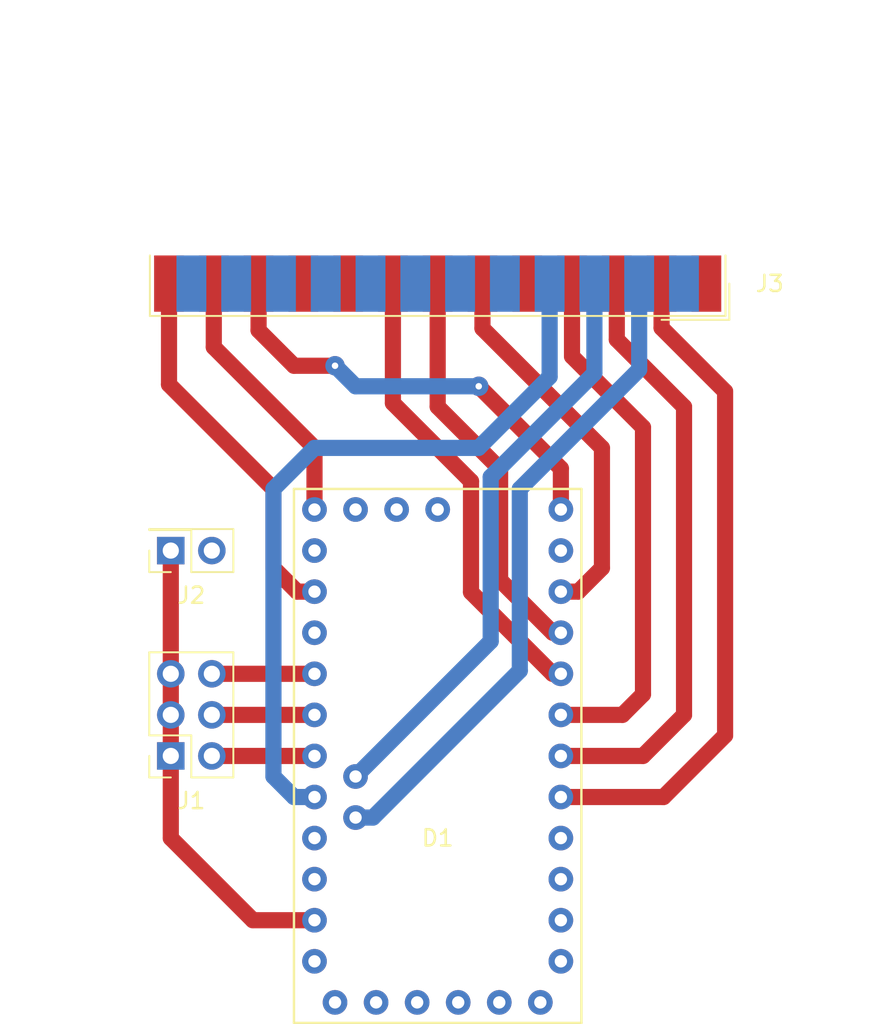
<source format=kicad_pcb>
(kicad_pcb (version 20171130) (host pcbnew 5.1.5+dfsg1-2build2)

  (general
    (thickness 1.6)
    (drawings 0)
    (tracks 72)
    (zones 0)
    (modules 4)
    (nets 24)
  )

  (page A4)
  (layers
    (0 F.Cu signal)
    (31 B.Cu signal)
    (32 B.Adhes user)
    (33 F.Adhes user)
    (34 B.Paste user)
    (35 F.Paste user)
    (36 B.SilkS user)
    (37 F.SilkS user)
    (38 B.Mask user)
    (39 F.Mask user)
    (40 Dwgs.User user)
    (41 Cmts.User user)
    (42 Eco1.User user)
    (43 Eco2.User user)
    (44 Edge.Cuts user)
    (45 Margin user)
    (46 B.CrtYd user)
    (47 F.CrtYd user)
    (48 B.Fab user)
    (49 F.Fab user)
  )

  (setup
    (last_trace_width 1)
    (trace_clearance 0.8)
    (zone_clearance 0.508)
    (zone_45_only no)
    (trace_min 0.2)
    (via_size 1.2)
    (via_drill 0.4)
    (via_min_size 0.4)
    (via_min_drill 0.3)
    (uvia_size 0.8)
    (uvia_drill 0.4)
    (uvias_allowed no)
    (uvia_min_size 0.2)
    (uvia_min_drill 0.1)
    (edge_width 0.05)
    (segment_width 0.2)
    (pcb_text_width 0.3)
    (pcb_text_size 1.5 1.5)
    (mod_edge_width 0.12)
    (mod_text_size 1 1)
    (mod_text_width 0.15)
    (pad_size 1.524 1.524)
    (pad_drill 0.762)
    (pad_to_mask_clearance 0.051)
    (solder_mask_min_width 0.25)
    (aux_axis_origin 0 0)
    (visible_elements FFFFFF7F)
    (pcbplotparams
      (layerselection 0x010fc_ffffffff)
      (usegerberextensions false)
      (usegerberattributes false)
      (usegerberadvancedattributes false)
      (creategerberjobfile false)
      (excludeedgelayer true)
      (linewidth 0.100000)
      (plotframeref false)
      (viasonmask false)
      (mode 1)
      (useauxorigin false)
      (hpglpennumber 1)
      (hpglpenspeed 20)
      (hpglpendiameter 15.000000)
      (psnegative false)
      (psa4output false)
      (plotreference true)
      (plotvalue true)
      (plotinvisibletext false)
      (padsonsilk false)
      (subtractmaskfromsilk false)
      (outputformat 1)
      (mirror false)
      (drillshape 1)
      (scaleselection 1)
      (outputdirectory ""))
  )

  (net 0 "")
  (net 1 IN5PROBE)
  (net 2 GND)
  (net 3 "Net-(D1-PadR)")
  (net 4 "Net-(D1-PadRX)")
  (net 5 "Net-(D1-PadTX)")
  (net 6 STEP1X)
  (net 7 IN2X)
  (net 8 IN3Y)
  (net 9 PWM)
  (net 10 IN4Z)
  (net 11 STOP)
  (net 12 HOLD)
  (net 13 START)
  (net 14 RELAY1FLOOD)
  (net 15 "Net-(D1-PadV)")
  (net 16 RELAY2MIST)
  (net 17 DIR3Z)
  (net 18 ENABLE)
  (net 19 STEP2Y)
  (net 20 STEP3Z)
  (net 21 DIR1X)
  (net 22 DIR2Y)
  (net 23 IN1-ESTOP)

  (net_class Default "This is the default net class."
    (clearance 0.8)
    (trace_width 1)
    (via_dia 1.2)
    (via_drill 0.4)
    (uvia_dia 0.8)
    (uvia_drill 0.4)
    (add_net DIR1X)
    (add_net DIR2Y)
    (add_net DIR3Z)
    (add_net ENABLE)
    (add_net GND)
    (add_net HOLD)
    (add_net IN1-ESTOP)
    (add_net IN2X)
    (add_net IN3Y)
    (add_net IN4Z)
    (add_net IN5PROBE)
    (add_net "Net-(D1-PadR)")
    (add_net "Net-(D1-PadRX)")
    (add_net "Net-(D1-PadTX)")
    (add_net "Net-(D1-PadV)")
    (add_net PWM)
    (add_net RELAY1FLOOD)
    (add_net RELAY2MIST)
    (add_net START)
    (add_net STEP1X)
    (add_net STEP2Y)
    (add_net STEP3Z)
    (add_net STOP)
  )

  (module gr8:ProMini (layer F.Cu) (tedit 604BFE9C) (tstamp 604C65D1)
    (at 127 130.81 180)
    (path /604C6CD3)
    (fp_text reference D1 (at 0 -5.08) (layer F.SilkS)
      (effects (font (size 1 1) (thickness 0.15)))
    )
    (fp_text value ProMini (at 0 6.35) (layer F.Fab)
      (effects (font (size 1 1) (thickness 0.15)))
    )
    (fp_line (start -8.89 -16.51) (end -8.89 16.51) (layer F.SilkS) (width 0.15))
    (fp_line (start 8.89 16.51) (end 8.89 -16.51) (layer F.SilkS) (width 0.15))
    (fp_line (start -8.89 16.51) (end 8.89 16.51) (layer F.SilkS) (width 0.15))
    (fp_line (start 8.89 -16.51) (end -8.89 -16.51) (layer F.SilkS) (width 0.15))
    (pad A5 thru_hole circle (at 5.08 -3.81 180) (size 1.524 1.524) (drill 0.762) (layers *.Cu *.Mask)
      (net 1 IN5PROBE))
    (pad G thru_hole circle (at -7.62 -5.08 180) (size 1.524 1.524) (drill 0.762) (layers *.Cu *.Mask)
      (net 2 GND))
    (pad R thru_hole circle (at -7.62 -7.62 180) (size 1.524 1.524) (drill 0.762) (layers *.Cu *.Mask)
      (net 3 "Net-(D1-PadR)"))
    (pad RX thru_hole circle (at -7.62 -10.16 180) (size 1.524 1.524) (drill 0.762) (layers *.Cu *.Mask)
      (net 4 "Net-(D1-PadRX)"))
    (pad TX thru_hole circle (at -7.62 -12.7 180) (size 1.524 1.524) (drill 0.762) (layers *.Cu *.Mask)
      (net 5 "Net-(D1-PadTX)"))
    (pad 2 thru_hole circle (at -7.62 -2.54 180) (size 1.524 1.524) (drill 0.762) (layers *.Cu *.Mask)
      (net 6 STEP1X))
    (pad 9 thru_hole circle (at -7.62 15.24 180) (size 1.524 1.524) (drill 0.762) (layers *.Cu *.Mask)
      (net 7 IN2X))
    (pad 10 thru_hole circle (at 7.62 15.24 180) (size 1.524 1.524) (drill 0.762) (layers *.Cu *.Mask)
      (net 8 IN3Y))
    (pad 11 thru_hole circle (at 7.62 12.7 180) (size 1.524 1.524) (drill 0.762) (layers *.Cu *.Mask)
      (net 9 PWM))
    (pad 12 thru_hole circle (at 7.62 10.16 180) (size 1.524 1.524) (drill 0.762) (layers *.Cu *.Mask)
      (net 10 IN4Z))
    (pad 13 thru_hole circle (at 7.62 7.62 180) (size 1.524 1.524) (drill 0.762) (layers *.Cu *.Mask))
    (pad A0 thru_hole circle (at 7.62 5.08 180) (size 1.524 1.524) (drill 0.762) (layers *.Cu *.Mask)
      (net 11 STOP))
    (pad A1 thru_hole circle (at 7.62 2.54 180) (size 1.524 1.524) (drill 0.762) (layers *.Cu *.Mask)
      (net 12 HOLD))
    (pad A2 thru_hole circle (at 7.62 0 180) (size 1.524 1.524) (drill 0.762) (layers *.Cu *.Mask)
      (net 13 START))
    (pad A3 thru_hole circle (at 7.62 -2.54 180) (size 1.524 1.524) (drill 0.762) (layers *.Cu *.Mask)
      (net 16 RELAY2MIST))
    (pad V thru_hole circle (at 7.62 -5.08 180) (size 1.524 1.524) (drill 0.762) (layers *.Cu *.Mask)
      (net 15 "Net-(D1-PadV)"))
    (pad G thru_hole circle (at 7.62 -10.16 180) (size 1.524 1.524) (drill 0.762) (layers *.Cu *.Mask)
      (net 2 GND))
    (pad A6 thru_hole circle (at 2.54 15.24 180) (size 1.524 1.524) (drill 0.762) (layers *.Cu *.Mask))
    (pad A7 thru_hole circle (at 5.08 15.24 180) (size 1.524 1.524) (drill 0.762) (layers *.Cu *.Mask))
    (pad A4 thru_hole circle (at 5.08 -1.27 180) (size 1.524 1.524) (drill 0.762) (layers *.Cu *.Mask)
      (net 14 RELAY1FLOOD))
    (pad 7 thru_hole circle (at -7.62 10.16 180) (size 1.524 1.524) (drill 0.762) (layers *.Cu *.Mask)
      (net 21 DIR1X))
    (pad R thru_hole circle (at 7.62 -7.62 180) (size 1.524 1.524) (drill 0.762) (layers *.Cu *.Mask)
      (net 3 "Net-(D1-PadR)"))
    (pad 8 thru_hole circle (at -7.62 12.7 180) (size 1.524 1.524) (drill 0.762) (layers *.Cu *.Mask)
      (net 18 ENABLE))
    (pad RAW thru_hole circle (at 7.62 -12.7 180) (size 1.524 1.524) (drill 0.762) (layers *.Cu *.Mask))
    (pad RX thru_hole circle (at -1.27 -15.24 180) (size 1.524 1.524) (drill 0.762) (layers *.Cu *.Mask)
      (net 4 "Net-(D1-PadRX)"))
    (pad TX thru_hole circle (at -3.81 -15.24 180) (size 1.524 1.524) (drill 0.762) (layers *.Cu *.Mask)
      (net 5 "Net-(D1-PadTX)"))
    (pad DTR thru_hole circle (at -6.35 -15.24 180) (size 1.524 1.524) (drill 0.762) (layers *.Cu *.Mask))
    (pad V thru_hole circle (at 1.27 -15.24 180) (size 1.524 1.524) (drill 0.762) (layers *.Cu *.Mask)
      (net 15 "Net-(D1-PadV)"))
    (pad G thru_hole circle (at 3.81 -15.24 180) (size 1.524 1.524) (drill 0.762) (layers *.Cu *.Mask)
      (net 2 GND))
    (pad G thru_hole circle (at 6.35 -15.24 180) (size 1.524 1.524) (drill 0.762) (layers *.Cu *.Mask)
      (net 2 GND))
    (pad G thru_hole circle (at 0 15.24 180) (size 1.524 1.524) (drill 0.762) (layers *.Cu *.Mask)
      (net 2 GND))
    (pad 3 thru_hole circle (at -7.62 0 180) (size 1.524 1.524) (drill 0.762) (layers *.Cu *.Mask)
      (net 19 STEP2Y))
    (pad 4 thru_hole circle (at -7.62 2.54 180) (size 1.524 1.524) (drill 0.762) (layers *.Cu *.Mask)
      (net 20 STEP3Z))
    (pad 5 thru_hole circle (at -7.62 5.08 180) (size 1.524 1.524) (drill 0.762) (layers *.Cu *.Mask)
      (net 17 DIR3Z))
    (pad 6 thru_hole circle (at -7.62 7.62 180) (size 1.524 1.524) (drill 0.762) (layers *.Cu *.Mask)
      (net 22 DIR2Y))
  )

  (module Connector_PinSocket_2.54mm:PinSocket_2x03_P2.54mm_Vertical (layer F.Cu) (tedit 5A19A425) (tstamp 604C73D2)
    (at 110.49 130.81 180)
    (descr "Through hole straight socket strip, 2x03, 2.54mm pitch, double cols (from Kicad 4.0.7), script generated")
    (tags "Through hole socket strip THT 2x03 2.54mm double row")
    (path /604CB33F)
    (fp_text reference J1 (at -1.27 -2.77) (layer F.SilkS)
      (effects (font (size 1 1) (thickness 0.15)))
    )
    (fp_text value Conn_02x03_Odd_Even (at -1.27 7.85) (layer F.Fab)
      (effects (font (size 1 1) (thickness 0.15)))
    )
    (fp_line (start -3.81 -1.27) (end 0.27 -1.27) (layer F.Fab) (width 0.1))
    (fp_line (start 0.27 -1.27) (end 1.27 -0.27) (layer F.Fab) (width 0.1))
    (fp_line (start 1.27 -0.27) (end 1.27 6.35) (layer F.Fab) (width 0.1))
    (fp_line (start 1.27 6.35) (end -3.81 6.35) (layer F.Fab) (width 0.1))
    (fp_line (start -3.81 6.35) (end -3.81 -1.27) (layer F.Fab) (width 0.1))
    (fp_line (start -3.87 -1.33) (end -1.27 -1.33) (layer F.SilkS) (width 0.12))
    (fp_line (start -3.87 -1.33) (end -3.87 6.41) (layer F.SilkS) (width 0.12))
    (fp_line (start -3.87 6.41) (end 1.33 6.41) (layer F.SilkS) (width 0.12))
    (fp_line (start 1.33 1.27) (end 1.33 6.41) (layer F.SilkS) (width 0.12))
    (fp_line (start -1.27 1.27) (end 1.33 1.27) (layer F.SilkS) (width 0.12))
    (fp_line (start -1.27 -1.33) (end -1.27 1.27) (layer F.SilkS) (width 0.12))
    (fp_line (start 1.33 -1.33) (end 1.33 0) (layer F.SilkS) (width 0.12))
    (fp_line (start 0 -1.33) (end 1.33 -1.33) (layer F.SilkS) (width 0.12))
    (fp_line (start -4.34 -1.8) (end 1.76 -1.8) (layer F.CrtYd) (width 0.05))
    (fp_line (start 1.76 -1.8) (end 1.76 6.85) (layer F.CrtYd) (width 0.05))
    (fp_line (start 1.76 6.85) (end -4.34 6.85) (layer F.CrtYd) (width 0.05))
    (fp_line (start -4.34 6.85) (end -4.34 -1.8) (layer F.CrtYd) (width 0.05))
    (fp_text user %R (at -1.27 2.54 90) (layer F.Fab)
      (effects (font (size 1 1) (thickness 0.15)))
    )
    (pad 1 thru_hole rect (at 0 0 180) (size 1.7 1.7) (drill 1) (layers *.Cu *.Mask)
      (net 2 GND))
    (pad 2 thru_hole oval (at -2.54 0 180) (size 1.7 1.7) (drill 1) (layers *.Cu *.Mask)
      (net 13 START))
    (pad 3 thru_hole oval (at 0 2.54 180) (size 1.7 1.7) (drill 1) (layers *.Cu *.Mask)
      (net 2 GND))
    (pad 4 thru_hole oval (at -2.54 2.54 180) (size 1.7 1.7) (drill 1) (layers *.Cu *.Mask)
      (net 12 HOLD))
    (pad 5 thru_hole oval (at 0 5.08 180) (size 1.7 1.7) (drill 1) (layers *.Cu *.Mask)
      (net 2 GND))
    (pad 6 thru_hole oval (at -2.54 5.08 180) (size 1.7 1.7) (drill 1) (layers *.Cu *.Mask)
      (net 11 STOP))
    (model ${KISYS3DMOD}/Connector_PinSocket_2.54mm.3dshapes/PinSocket_2x03_P2.54mm_Vertical.wrl
      (at (xyz 0 0 0))
      (scale (xyz 1 1 1))
      (rotate (xyz 0 0 0))
    )
  )

  (module Connector_PinSocket_2.54mm:PinSocket_2x01_P2.54mm_Vertical (layer F.Cu) (tedit 5A19A420) (tstamp 604C7BFB)
    (at 110.49 118.11 180)
    (descr "Through hole straight socket strip, 2x01, 2.54mm pitch, double cols (from Kicad 4.0.7), script generated")
    (tags "Through hole socket strip THT 2x01 2.54mm double row")
    (path /604E56B4)
    (fp_text reference J2 (at -1.27 -2.77) (layer F.SilkS)
      (effects (font (size 1 1) (thickness 0.15)))
    )
    (fp_text value Conn_02x01 (at -1.27 2.77) (layer F.Fab)
      (effects (font (size 1 1) (thickness 0.15)))
    )
    (fp_text user %R (at -1.27 0 90) (layer F.Fab)
      (effects (font (size 1 1) (thickness 0.15)))
    )
    (fp_line (start -4.34 1.75) (end -4.34 -1.8) (layer F.CrtYd) (width 0.05))
    (fp_line (start 1.76 1.75) (end -4.34 1.75) (layer F.CrtYd) (width 0.05))
    (fp_line (start 1.76 -1.8) (end 1.76 1.75) (layer F.CrtYd) (width 0.05))
    (fp_line (start -4.34 -1.8) (end 1.76 -1.8) (layer F.CrtYd) (width 0.05))
    (fp_line (start 0 -1.33) (end 1.33 -1.33) (layer F.SilkS) (width 0.12))
    (fp_line (start 1.33 -1.33) (end 1.33 0) (layer F.SilkS) (width 0.12))
    (fp_line (start -1.27 -1.33) (end -1.27 1.27) (layer F.SilkS) (width 0.12))
    (fp_line (start -1.27 1.27) (end 1.33 1.27) (layer F.SilkS) (width 0.12))
    (fp_line (start 1.33 1.27) (end 1.33 1.33) (layer F.SilkS) (width 0.12))
    (fp_line (start -3.87 1.33) (end 1.33 1.33) (layer F.SilkS) (width 0.12))
    (fp_line (start -3.87 -1.33) (end -3.87 1.33) (layer F.SilkS) (width 0.12))
    (fp_line (start -3.87 -1.33) (end -1.27 -1.33) (layer F.SilkS) (width 0.12))
    (fp_line (start -3.81 1.27) (end -3.81 -1.27) (layer F.Fab) (width 0.1))
    (fp_line (start 1.27 1.27) (end -3.81 1.27) (layer F.Fab) (width 0.1))
    (fp_line (start 1.27 -0.635) (end 1.27 1.27) (layer F.Fab) (width 0.1))
    (fp_line (start 0.635 -1.27) (end 1.27 -0.635) (layer F.Fab) (width 0.1))
    (fp_line (start -3.81 -1.27) (end 0.635 -1.27) (layer F.Fab) (width 0.1))
    (pad 2 thru_hole oval (at -2.54 0 180) (size 1.7 1.7) (drill 1) (layers *.Cu *.Mask)
      (net 23 IN1-ESTOP))
    (pad 1 thru_hole rect (at 0 0 180) (size 1.7 1.7) (drill 1) (layers *.Cu *.Mask)
      (net 2 GND))
    (model ${KISYS3DMOD}/Connector_PinSocket_2.54mm.3dshapes/PinSocket_2x01_P2.54mm_Vertical.wrl
      (at (xyz 0 0 0))
      (scale (xyz 1 1 1))
      (rotate (xyz 0 0 0))
    )
  )

  (module Connector_Dsub:DSUB-25_Male_EdgeMount_P2.77mm (layer F.Cu) (tedit 59FEDEE2) (tstamp 604C66B2)
    (at 127 101.6 180)
    (descr "25-pin D-Sub connector, solder-cups edge-mounted, male, x-pin-pitch 2.77mm, distance of mounting holes 47.1mm, see https://disti-assets.s3.amazonaws.com/tonar/files/datasheets/16730.pdf")
    (tags "25-pin D-Sub connector edge mount solder cup male x-pin-pitch 2.77mm mounting holes distance 47.1mm")
    (path /604BF83C)
    (attr smd)
    (fp_text reference J3 (at -20.543333 0) (layer F.SilkS)
      (effects (font (size 1 1) (thickness 0.15)))
    )
    (fp_text value DB25_Male (at 0 16.69) (layer F.Fab)
      (effects (font (size 1 1) (thickness 0.15)))
    )
    (fp_line (start -17.22 -0.91) (end -17.22 1.99) (layer F.Fab) (width 0.1))
    (fp_line (start -17.22 1.99) (end -16.02 1.99) (layer F.Fab) (width 0.1))
    (fp_line (start -16.02 1.99) (end -16.02 -0.91) (layer F.Fab) (width 0.1))
    (fp_line (start -16.02 -0.91) (end -17.22 -0.91) (layer F.Fab) (width 0.1))
    (fp_line (start -14.45 -0.91) (end -14.45 1.99) (layer F.Fab) (width 0.1))
    (fp_line (start -14.45 1.99) (end -13.25 1.99) (layer F.Fab) (width 0.1))
    (fp_line (start -13.25 1.99) (end -13.25 -0.91) (layer F.Fab) (width 0.1))
    (fp_line (start -13.25 -0.91) (end -14.45 -0.91) (layer F.Fab) (width 0.1))
    (fp_line (start -11.68 -0.91) (end -11.68 1.99) (layer F.Fab) (width 0.1))
    (fp_line (start -11.68 1.99) (end -10.48 1.99) (layer F.Fab) (width 0.1))
    (fp_line (start -10.48 1.99) (end -10.48 -0.91) (layer F.Fab) (width 0.1))
    (fp_line (start -10.48 -0.91) (end -11.68 -0.91) (layer F.Fab) (width 0.1))
    (fp_line (start -8.91 -0.91) (end -8.91 1.99) (layer F.Fab) (width 0.1))
    (fp_line (start -8.91 1.99) (end -7.71 1.99) (layer F.Fab) (width 0.1))
    (fp_line (start -7.71 1.99) (end -7.71 -0.91) (layer F.Fab) (width 0.1))
    (fp_line (start -7.71 -0.91) (end -8.91 -0.91) (layer F.Fab) (width 0.1))
    (fp_line (start -6.14 -0.91) (end -6.14 1.99) (layer F.Fab) (width 0.1))
    (fp_line (start -6.14 1.99) (end -4.94 1.99) (layer F.Fab) (width 0.1))
    (fp_line (start -4.94 1.99) (end -4.94 -0.91) (layer F.Fab) (width 0.1))
    (fp_line (start -4.94 -0.91) (end -6.14 -0.91) (layer F.Fab) (width 0.1))
    (fp_line (start -3.37 -0.91) (end -3.37 1.99) (layer F.Fab) (width 0.1))
    (fp_line (start -3.37 1.99) (end -2.17 1.99) (layer F.Fab) (width 0.1))
    (fp_line (start -2.17 1.99) (end -2.17 -0.91) (layer F.Fab) (width 0.1))
    (fp_line (start -2.17 -0.91) (end -3.37 -0.91) (layer F.Fab) (width 0.1))
    (fp_line (start -0.6 -0.91) (end -0.6 1.99) (layer F.Fab) (width 0.1))
    (fp_line (start -0.6 1.99) (end 0.6 1.99) (layer F.Fab) (width 0.1))
    (fp_line (start 0.6 1.99) (end 0.6 -0.91) (layer F.Fab) (width 0.1))
    (fp_line (start 0.6 -0.91) (end -0.6 -0.91) (layer F.Fab) (width 0.1))
    (fp_line (start 2.17 -0.91) (end 2.17 1.99) (layer F.Fab) (width 0.1))
    (fp_line (start 2.17 1.99) (end 3.37 1.99) (layer F.Fab) (width 0.1))
    (fp_line (start 3.37 1.99) (end 3.37 -0.91) (layer F.Fab) (width 0.1))
    (fp_line (start 3.37 -0.91) (end 2.17 -0.91) (layer F.Fab) (width 0.1))
    (fp_line (start 4.94 -0.91) (end 4.94 1.99) (layer F.Fab) (width 0.1))
    (fp_line (start 4.94 1.99) (end 6.14 1.99) (layer F.Fab) (width 0.1))
    (fp_line (start 6.14 1.99) (end 6.14 -0.91) (layer F.Fab) (width 0.1))
    (fp_line (start 6.14 -0.91) (end 4.94 -0.91) (layer F.Fab) (width 0.1))
    (fp_line (start 7.71 -0.91) (end 7.71 1.99) (layer F.Fab) (width 0.1))
    (fp_line (start 7.71 1.99) (end 8.91 1.99) (layer F.Fab) (width 0.1))
    (fp_line (start 8.91 1.99) (end 8.91 -0.91) (layer F.Fab) (width 0.1))
    (fp_line (start 8.91 -0.91) (end 7.71 -0.91) (layer F.Fab) (width 0.1))
    (fp_line (start 10.48 -0.91) (end 10.48 1.99) (layer F.Fab) (width 0.1))
    (fp_line (start 10.48 1.99) (end 11.68 1.99) (layer F.Fab) (width 0.1))
    (fp_line (start 11.68 1.99) (end 11.68 -0.91) (layer F.Fab) (width 0.1))
    (fp_line (start 11.68 -0.91) (end 10.48 -0.91) (layer F.Fab) (width 0.1))
    (fp_line (start 13.25 -0.91) (end 13.25 1.99) (layer F.Fab) (width 0.1))
    (fp_line (start 13.25 1.99) (end 14.45 1.99) (layer F.Fab) (width 0.1))
    (fp_line (start 14.45 1.99) (end 14.45 -0.91) (layer F.Fab) (width 0.1))
    (fp_line (start 14.45 -0.91) (end 13.25 -0.91) (layer F.Fab) (width 0.1))
    (fp_line (start 16.02 -0.91) (end 16.02 1.99) (layer F.Fab) (width 0.1))
    (fp_line (start 16.02 1.99) (end 17.22 1.99) (layer F.Fab) (width 0.1))
    (fp_line (start 17.22 1.99) (end 17.22 -0.91) (layer F.Fab) (width 0.1))
    (fp_line (start 17.22 -0.91) (end 16.02 -0.91) (layer F.Fab) (width 0.1))
    (fp_line (start -15.835 -0.91) (end -15.835 1.99) (layer B.Fab) (width 0.1))
    (fp_line (start -15.835 1.99) (end -14.635 1.99) (layer B.Fab) (width 0.1))
    (fp_line (start -14.635 1.99) (end -14.635 -0.91) (layer B.Fab) (width 0.1))
    (fp_line (start -14.635 -0.91) (end -15.835 -0.91) (layer B.Fab) (width 0.1))
    (fp_line (start -13.065 -0.91) (end -13.065 1.99) (layer B.Fab) (width 0.1))
    (fp_line (start -13.065 1.99) (end -11.865 1.99) (layer B.Fab) (width 0.1))
    (fp_line (start -11.865 1.99) (end -11.865 -0.91) (layer B.Fab) (width 0.1))
    (fp_line (start -11.865 -0.91) (end -13.065 -0.91) (layer B.Fab) (width 0.1))
    (fp_line (start -10.295 -0.91) (end -10.295 1.99) (layer B.Fab) (width 0.1))
    (fp_line (start -10.295 1.99) (end -9.095 1.99) (layer B.Fab) (width 0.1))
    (fp_line (start -9.095 1.99) (end -9.095 -0.91) (layer B.Fab) (width 0.1))
    (fp_line (start -9.095 -0.91) (end -10.295 -0.91) (layer B.Fab) (width 0.1))
    (fp_line (start -7.525 -0.91) (end -7.525 1.99) (layer B.Fab) (width 0.1))
    (fp_line (start -7.525 1.99) (end -6.325 1.99) (layer B.Fab) (width 0.1))
    (fp_line (start -6.325 1.99) (end -6.325 -0.91) (layer B.Fab) (width 0.1))
    (fp_line (start -6.325 -0.91) (end -7.525 -0.91) (layer B.Fab) (width 0.1))
    (fp_line (start -4.755 -0.91) (end -4.755 1.99) (layer B.Fab) (width 0.1))
    (fp_line (start -4.755 1.99) (end -3.555 1.99) (layer B.Fab) (width 0.1))
    (fp_line (start -3.555 1.99) (end -3.555 -0.91) (layer B.Fab) (width 0.1))
    (fp_line (start -3.555 -0.91) (end -4.755 -0.91) (layer B.Fab) (width 0.1))
    (fp_line (start -1.985 -0.91) (end -1.985 1.99) (layer B.Fab) (width 0.1))
    (fp_line (start -1.985 1.99) (end -0.785 1.99) (layer B.Fab) (width 0.1))
    (fp_line (start -0.785 1.99) (end -0.785 -0.91) (layer B.Fab) (width 0.1))
    (fp_line (start -0.785 -0.91) (end -1.985 -0.91) (layer B.Fab) (width 0.1))
    (fp_line (start 0.785 -0.91) (end 0.785 1.99) (layer B.Fab) (width 0.1))
    (fp_line (start 0.785 1.99) (end 1.985 1.99) (layer B.Fab) (width 0.1))
    (fp_line (start 1.985 1.99) (end 1.985 -0.91) (layer B.Fab) (width 0.1))
    (fp_line (start 1.985 -0.91) (end 0.785 -0.91) (layer B.Fab) (width 0.1))
    (fp_line (start 3.555 -0.91) (end 3.555 1.99) (layer B.Fab) (width 0.1))
    (fp_line (start 3.555 1.99) (end 4.755 1.99) (layer B.Fab) (width 0.1))
    (fp_line (start 4.755 1.99) (end 4.755 -0.91) (layer B.Fab) (width 0.1))
    (fp_line (start 4.755 -0.91) (end 3.555 -0.91) (layer B.Fab) (width 0.1))
    (fp_line (start 6.325 -0.91) (end 6.325 1.99) (layer B.Fab) (width 0.1))
    (fp_line (start 6.325 1.99) (end 7.525 1.99) (layer B.Fab) (width 0.1))
    (fp_line (start 7.525 1.99) (end 7.525 -0.91) (layer B.Fab) (width 0.1))
    (fp_line (start 7.525 -0.91) (end 6.325 -0.91) (layer B.Fab) (width 0.1))
    (fp_line (start 9.095 -0.91) (end 9.095 1.99) (layer B.Fab) (width 0.1))
    (fp_line (start 9.095 1.99) (end 10.295 1.99) (layer B.Fab) (width 0.1))
    (fp_line (start 10.295 1.99) (end 10.295 -0.91) (layer B.Fab) (width 0.1))
    (fp_line (start 10.295 -0.91) (end 9.095 -0.91) (layer B.Fab) (width 0.1))
    (fp_line (start 11.865 -0.91) (end 11.865 1.99) (layer B.Fab) (width 0.1))
    (fp_line (start 11.865 1.99) (end 13.065 1.99) (layer B.Fab) (width 0.1))
    (fp_line (start 13.065 1.99) (end 13.065 -0.91) (layer B.Fab) (width 0.1))
    (fp_line (start 13.065 -0.91) (end 11.865 -0.91) (layer B.Fab) (width 0.1))
    (fp_line (start 14.635 -0.91) (end 14.635 1.99) (layer B.Fab) (width 0.1))
    (fp_line (start 14.635 1.99) (end 15.835 1.99) (layer B.Fab) (width 0.1))
    (fp_line (start 15.835 1.99) (end 15.835 -0.91) (layer B.Fab) (width 0.1))
    (fp_line (start 15.835 -0.91) (end 14.635 -0.91) (layer B.Fab) (width 0.1))
    (fp_line (start -18.55 1.99) (end -18.55 4.79) (layer F.Fab) (width 0.1))
    (fp_line (start -18.55 4.79) (end 18.55 4.79) (layer F.Fab) (width 0.1))
    (fp_line (start 18.55 4.79) (end 18.55 1.99) (layer F.Fab) (width 0.1))
    (fp_line (start 18.55 1.99) (end -18.55 1.99) (layer F.Fab) (width 0.1))
    (fp_line (start -19.55 4.79) (end -19.55 9.29) (layer F.Fab) (width 0.1))
    (fp_line (start -19.55 9.29) (end 19.55 9.29) (layer F.Fab) (width 0.1))
    (fp_line (start 19.55 9.29) (end 19.55 4.79) (layer F.Fab) (width 0.1))
    (fp_line (start 19.55 4.79) (end -19.55 4.79) (layer F.Fab) (width 0.1))
    (fp_line (start -26.55 9.29) (end -26.55 9.69) (layer F.Fab) (width 0.1))
    (fp_line (start -26.55 9.69) (end 26.55 9.69) (layer F.Fab) (width 0.1))
    (fp_line (start 26.55 9.69) (end 26.55 9.29) (layer F.Fab) (width 0.1))
    (fp_line (start 26.55 9.29) (end -26.55 9.29) (layer F.Fab) (width 0.1))
    (fp_line (start -19.15 9.69) (end -19.15 15.69) (layer F.Fab) (width 0.1))
    (fp_line (start -19.15 15.69) (end 19.15 15.69) (layer F.Fab) (width 0.1))
    (fp_line (start 19.15 15.69) (end 19.15 9.69) (layer F.Fab) (width 0.1))
    (fp_line (start 19.15 9.69) (end -19.15 9.69) (layer F.Fab) (width 0.1))
    (fp_line (start -18.05 -2.25) (end 18.05 -2.25) (layer F.CrtYd) (width 0.05))
    (fp_line (start 18.05 -2.25) (end 18.05 1.5) (layer F.CrtYd) (width 0.05))
    (fp_line (start 18.05 1.5) (end 19.05 1.5) (layer F.CrtYd) (width 0.05))
    (fp_line (start 19.05 1.5) (end 19.05 4.3) (layer F.CrtYd) (width 0.05))
    (fp_line (start 19.05 4.3) (end 20.05 4.3) (layer F.CrtYd) (width 0.05))
    (fp_line (start 20.05 4.3) (end 20.05 8.8) (layer F.CrtYd) (width 0.05))
    (fp_line (start 20.05 8.8) (end 27.05 8.8) (layer F.CrtYd) (width 0.05))
    (fp_line (start 27.05 8.8) (end 27.05 10.2) (layer F.CrtYd) (width 0.05))
    (fp_line (start 27.05 10.2) (end 19.65 10.2) (layer F.CrtYd) (width 0.05))
    (fp_line (start 19.65 10.2) (end 19.65 16.2) (layer F.CrtYd) (width 0.05))
    (fp_line (start 19.65 16.2) (end -19.65 16.2) (layer F.CrtYd) (width 0.05))
    (fp_line (start -19.65 16.2) (end -19.65 10.2) (layer F.CrtYd) (width 0.05))
    (fp_line (start -19.65 10.2) (end -27.05 10.2) (layer F.CrtYd) (width 0.05))
    (fp_line (start -27.05 10.2) (end -27.05 8.8) (layer F.CrtYd) (width 0.05))
    (fp_line (start -27.05 8.8) (end -20.05 8.8) (layer F.CrtYd) (width 0.05))
    (fp_line (start -20.05 8.8) (end -20.05 4.3) (layer F.CrtYd) (width 0.05))
    (fp_line (start -20.05 4.3) (end -19.05 4.3) (layer F.CrtYd) (width 0.05))
    (fp_line (start -19.05 4.3) (end -19.05 1.5) (layer F.CrtYd) (width 0.05))
    (fp_line (start -19.05 1.5) (end -18.05 1.5) (layer F.CrtYd) (width 0.05))
    (fp_line (start -18.05 1.5) (end -18.05 -2.25) (layer F.CrtYd) (width 0.05))
    (fp_line (start 17.803333 1.74) (end 17.803333 -2) (layer F.SilkS) (width 0.12))
    (fp_line (start 17.803333 -2) (end -17.803333 -2) (layer F.SilkS) (width 0.12))
    (fp_line (start -17.803333 -2) (end -17.803333 1.74) (layer F.SilkS) (width 0.12))
    (fp_line (start -18.043333 0) (end -18.043333 -2.24) (layer F.SilkS) (width 0.12))
    (fp_line (start -18.043333 -2.24) (end -13.85 -2.24) (layer F.SilkS) (width 0.12))
    (fp_line (start -26.55 1.99) (end 26.55 1.99) (layer Dwgs.User) (width 0.05))
    (fp_text user %R (at 0 3.39) (layer F.Fab)
      (effects (font (size 1 1) (thickness 0.15)))
    )
    (fp_text user "PCB edge" (at -21.55 1.323333) (layer Dwgs.User)
      (effects (font (size 0.5 0.5) (thickness 0.075)))
    )
    (pad 1 smd rect (at -16.62 0 180) (size 1.846667 3.48) (layers F.Cu F.Paste F.Mask)
      (net 18 ENABLE))
    (pad 2 smd rect (at -13.85 0 180) (size 1.846667 3.48) (layers F.Cu F.Paste F.Mask)
      (net 6 STEP1X))
    (pad 3 smd rect (at -11.08 0 180) (size 1.846667 3.48) (layers F.Cu F.Paste F.Mask)
      (net 19 STEP2Y))
    (pad 4 smd rect (at -8.31 0 180) (size 1.846667 3.48) (layers F.Cu F.Paste F.Mask)
      (net 20 STEP3Z))
    (pad 5 smd rect (at -5.54 0 180) (size 1.846667 3.48) (layers F.Cu F.Paste F.Mask))
    (pad 6 smd rect (at -2.77 0 180) (size 1.846667 3.48) (layers F.Cu F.Paste F.Mask)
      (net 21 DIR1X))
    (pad 7 smd rect (at 0 0 180) (size 1.846667 3.48) (layers F.Cu F.Paste F.Mask)
      (net 22 DIR2Y))
    (pad 8 smd rect (at 2.77 0 180) (size 1.846667 3.48) (layers F.Cu F.Paste F.Mask)
      (net 17 DIR3Z))
    (pad 9 smd rect (at 5.54 0 180) (size 1.846667 3.48) (layers F.Cu F.Paste F.Mask))
    (pad 10 smd rect (at 8.31 0 180) (size 1.846667 3.48) (layers F.Cu F.Paste F.Mask)
      (net 23 IN1-ESTOP))
    (pad 11 smd rect (at 11.08 0 180) (size 1.846667 3.48) (layers F.Cu F.Paste F.Mask)
      (net 7 IN2X))
    (pad 12 smd rect (at 13.85 0 180) (size 1.846667 3.48) (layers F.Cu F.Paste F.Mask)
      (net 8 IN3Y))
    (pad 13 smd rect (at 16.62 0 180) (size 1.846667 3.48) (layers F.Cu F.Paste F.Mask)
      (net 10 IN4Z))
    (pad 14 smd rect (at -15.235 0 180) (size 1.846667 3.48) (layers B.Cu B.Paste B.Mask)
      (net 9 PWM))
    (pad 15 smd rect (at -12.465 0 180) (size 1.846667 3.48) (layers B.Cu B.Paste B.Mask)
      (net 1 IN5PROBE))
    (pad 16 smd rect (at -9.695 0 180) (size 1.846667 3.48) (layers B.Cu B.Paste B.Mask)
      (net 14 RELAY1FLOOD))
    (pad 17 smd rect (at -6.925 0 180) (size 1.846667 3.48) (layers B.Cu B.Paste B.Mask)
      (net 16 RELAY2MIST))
    (pad 18 smd rect (at -4.155 0 180) (size 1.846667 3.48) (layers B.Cu B.Paste B.Mask)
      (net 2 GND))
    (pad 19 smd rect (at -1.385 0 180) (size 1.846667 3.48) (layers B.Cu B.Paste B.Mask)
      (net 2 GND))
    (pad 20 smd rect (at 1.385 0 180) (size 1.846667 3.48) (layers B.Cu B.Paste B.Mask)
      (net 2 GND))
    (pad 21 smd rect (at 4.155 0 180) (size 1.846667 3.48) (layers B.Cu B.Paste B.Mask)
      (net 2 GND))
    (pad 22 smd rect (at 6.925 0 180) (size 1.846667 3.48) (layers B.Cu B.Paste B.Mask)
      (net 2 GND))
    (pad 23 smd rect (at 9.695 0 180) (size 1.846667 3.48) (layers B.Cu B.Paste B.Mask)
      (net 2 GND))
    (pad 24 smd rect (at 12.465 0 180) (size 1.846667 3.48) (layers B.Cu B.Paste B.Mask)
      (net 2 GND))
    (pad 25 smd rect (at 15.235 0 180) (size 1.846667 3.48) (layers B.Cu B.Paste B.Mask)
      (net 2 GND))
    (model ${KISYS3DMOD}/Connector_Dsub.3dshapes/DSUB-25_Male_EdgeMount_P2.77mm.wrl
      (at (xyz 0 0 0))
      (scale (xyz 1 1 1))
      (rotate (xyz 0 0 0))
    )
  )

  (segment (start 122.99763 134.62) (end 132.08 125.53763) (width 1) (layer B.Cu) (net 1))
  (segment (start 121.92 134.62) (end 122.99763 134.62) (width 1) (layer B.Cu) (net 1) (status 10))
  (segment (start 132.08 125.53763) (end 132.08 114.3) (width 1) (layer B.Cu) (net 1))
  (segment (start 139.465 106.915) (end 132.08 114.3) (width 1) (layer B.Cu) (net 1))
  (segment (start 139.465 101.6) (end 139.465 106.915) (width 1) (layer B.Cu) (net 1))
  (segment (start 110.49 118.11) (end 110.49 125.73) (width 1) (layer F.Cu) (net 2) (status 30))
  (segment (start 110.49 125.73) (end 110.49 128.27) (width 1) (layer F.Cu) (net 2) (status 30))
  (segment (start 110.49 128.27) (end 110.49 130.81) (width 1) (layer F.Cu) (net 2) (status 30))
  (segment (start 119.38 140.97) (end 115.57 140.97) (width 1) (layer F.Cu) (net 2) (status 10))
  (segment (start 115.57 140.97) (end 110.49 135.89) (width 1) (layer F.Cu) (net 2))
  (segment (start 110.49 135.89) (end 110.49 130.81) (width 1) (layer F.Cu) (net 2) (status 20))
  (segment (start 140.97 133.35) (end 134.62 133.35) (width 1) (layer F.Cu) (net 6))
  (segment (start 144.78 129.54) (end 140.97 133.35) (width 1) (layer F.Cu) (net 6))
  (segment (start 144.78 108.27) (end 144.78 129.54) (width 1) (layer F.Cu) (net 6))
  (segment (start 140.85 104.34) (end 144.78 108.27) (width 1) (layer F.Cu) (net 6))
  (segment (start 140.85 101.6) (end 140.85 104.34) (width 1) (layer F.Cu) (net 6))
  (via (at 129.54 107.95) (size 1.2) (drill 0.4) (layers F.Cu B.Cu) (net 7))
  (segment (start 134.62 113.03) (end 129.54 107.95) (width 1) (layer F.Cu) (net 7))
  (segment (start 134.62 115.57) (end 134.62 113.03) (width 1) (layer F.Cu) (net 7))
  (via (at 120.65 106.68) (size 1.2) (drill 0.4) (layers F.Cu B.Cu) (net 7))
  (segment (start 121.92 107.95) (end 120.65 106.68) (width 1) (layer B.Cu) (net 7))
  (segment (start 129.54 107.95) (end 121.92 107.95) (width 1) (layer B.Cu) (net 7))
  (segment (start 115.92 104.49) (end 118.11 106.68) (width 1) (layer F.Cu) (net 7))
  (segment (start 115.92 101.6) (end 115.92 104.49) (width 1) (layer F.Cu) (net 7))
  (segment (start 120.65 106.68) (end 118.11 106.68) (width 1) (layer F.Cu) (net 7))
  (segment (start 119.38 115.57) (end 119.38 111.76) (width 1) (layer F.Cu) (net 8) (status 10))
  (segment (start 113.15 105.53) (end 113.15 101.6) (width 1) (layer F.Cu) (net 8) (status 20))
  (segment (start 119.38 111.76) (end 113.15 105.53) (width 1) (layer F.Cu) (net 8))
  (segment (start 118.30237 120.65) (end 116.84 119.18763) (width 1) (layer F.Cu) (net 10))
  (segment (start 119.38 120.65) (end 118.30237 120.65) (width 1) (layer F.Cu) (net 10) (status 10))
  (segment (start 116.84 119.18763) (end 116.84 114.3) (width 1) (layer F.Cu) (net 10))
  (segment (start 110.38 107.84) (end 110.38 101.6) (width 1) (layer F.Cu) (net 10) (status 20))
  (segment (start 116.84 114.3) (end 110.38 107.84) (width 1) (layer F.Cu) (net 10))
  (segment (start 119.38 125.73) (end 113.03 125.73) (width 1) (layer F.Cu) (net 11) (status 30))
  (segment (start 119.38 128.27) (end 113.03 128.27) (width 1) (layer F.Cu) (net 12) (status 30))
  (segment (start 119.38 130.81) (end 113.03 130.81) (width 1) (layer F.Cu) (net 13) (status 30))
  (segment (start 121.92 132.08) (end 130.27999 123.72001) (width 1) (layer B.Cu) (net 14) (status 10))
  (segment (start 136.695 101.6) (end 136.695 107.139402) (width 1) (layer B.Cu) (net 14))
  (segment (start 130.27999 113.554412) (end 130.27999 123.72001) (width 1) (layer B.Cu) (net 14))
  (segment (start 136.695 107.139402) (end 130.27999 113.554412) (width 1) (layer B.Cu) (net 14))
  (segment (start 116.84 132.08) (end 118.11 133.35) (width 1) (layer B.Cu) (net 16))
  (segment (start 119.38 111.76) (end 116.84 114.3) (width 1) (layer B.Cu) (net 16))
  (segment (start 129.528804 111.76) (end 119.38 111.76) (width 1) (layer B.Cu) (net 16))
  (segment (start 133.925 107.363804) (end 129.528804 111.76) (width 1) (layer B.Cu) (net 16))
  (segment (start 118.11 133.35) (end 119.38 133.35) (width 1) (layer B.Cu) (net 16))
  (segment (start 116.84 114.3) (end 116.84 132.08) (width 1) (layer B.Cu) (net 16))
  (segment (start 133.925 101.6) (end 133.925 107.363804) (width 1) (layer B.Cu) (net 16))
  (segment (start 129.062001 120.683763) (end 134.108238 125.73) (width 1) (layer F.Cu) (net 17))
  (segment (start 134.108238 125.73) (end 134.62 125.73) (width 1) (layer F.Cu) (net 17))
  (segment (start 129.062001 113.822001) (end 129.062001 120.683763) (width 1) (layer F.Cu) (net 17))
  (segment (start 124.23 108.99) (end 129.062001 113.822001) (width 1) (layer F.Cu) (net 17))
  (segment (start 124.23 101.6) (end 124.23 108.99) (width 1) (layer F.Cu) (net 17))
  (segment (start 139.7 130.81) (end 134.62 130.81) (width 1) (layer F.Cu) (net 19))
  (segment (start 142.24 109.22) (end 142.24 128.27) (width 1) (layer F.Cu) (net 19))
  (segment (start 142.24 128.27) (end 139.7 130.81) (width 1) (layer F.Cu) (net 19))
  (segment (start 138.08 105.06) (end 142.24 109.22) (width 1) (layer F.Cu) (net 19))
  (segment (start 138.08 101.6) (end 138.08 105.06) (width 1) (layer F.Cu) (net 19))
  (segment (start 138.43 128.27) (end 134.62 128.27) (width 1) (layer F.Cu) (net 20))
  (segment (start 139.7 127) (end 138.43 128.27) (width 1) (layer F.Cu) (net 20))
  (segment (start 139.7 110.49) (end 139.7 127) (width 1) (layer F.Cu) (net 20))
  (segment (start 135.31 106.1) (end 139.7 110.49) (width 1) (layer F.Cu) (net 20))
  (segment (start 135.31 101.6) (end 135.31 106.1) (width 1) (layer F.Cu) (net 20))
  (segment (start 135.69763 120.65) (end 134.62 120.65) (width 1) (layer F.Cu) (net 21))
  (segment (start 137.16 119.18763) (end 135.69763 120.65) (width 1) (layer F.Cu) (net 21))
  (segment (start 137.16 111.76) (end 137.16 119.18763) (width 1) (layer F.Cu) (net 21))
  (segment (start 129.77 104.37) (end 137.16 111.76) (width 1) (layer F.Cu) (net 21))
  (segment (start 129.77 101.6) (end 129.77 104.37) (width 1) (layer F.Cu) (net 21))
  (segment (start 134.113836 123.19) (end 130.862011 119.938175) (width 1) (layer F.Cu) (net 22))
  (segment (start 134.62 123.19) (end 134.113836 123.19) (width 1) (layer F.Cu) (net 22))
  (segment (start 130.862011 119.938175) (end 130.86201 113.076412) (width 1) (layer F.Cu) (net 22))
  (segment (start 127 109.214402) (end 127 101.6) (width 1) (layer F.Cu) (net 22))
  (segment (start 130.86201 113.076412) (end 127 109.214402) (width 1) (layer F.Cu) (net 22))

)

</source>
